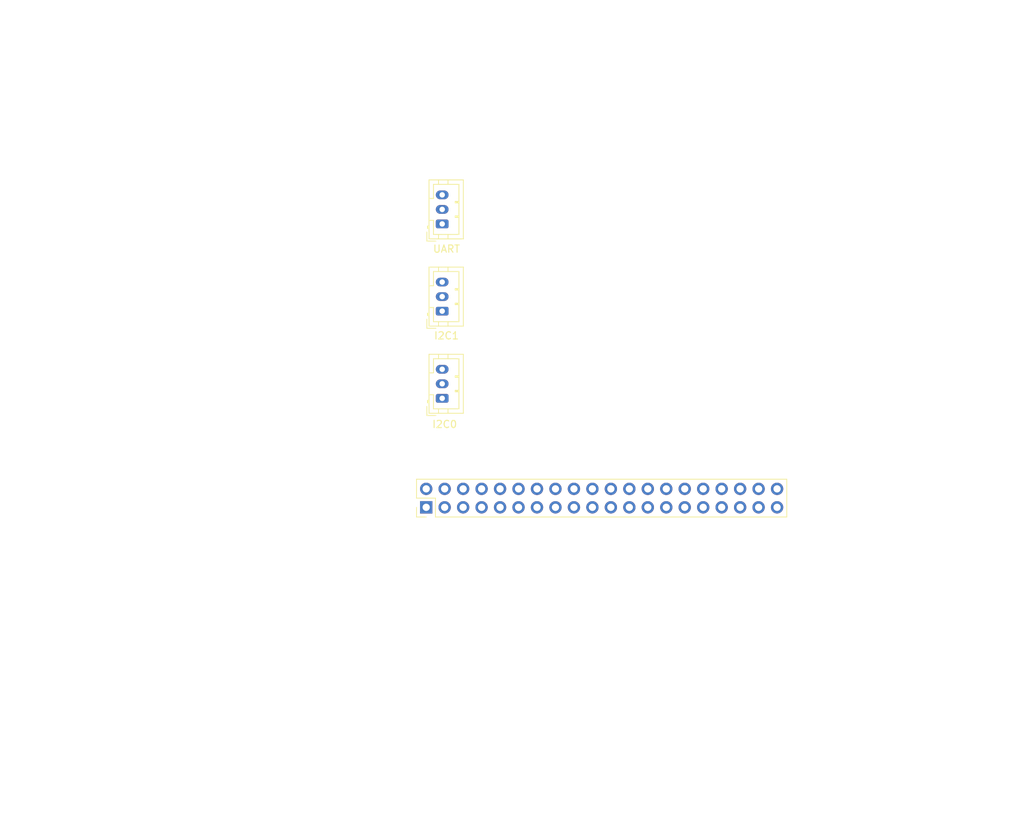
<source format=kicad_pcb>
(kicad_pcb (version 20221018) (generator pcbnew)
  (layers (0 "F.Cu" signal) (31 "B.Cu" signal) (34 "B.Paste" user) (35 "F.Paste" user) (36 "B.SilkS" user "B.Silkscreen") (37 "F.SilkS" user "F.Silkscreen") (38 "B.Mask" user) (39 "F.Mask" user) (44 "Edge.Cuts" user))
  (net 0 "")
  (net 3 "I2C1-SDA")
  (net 5 "I2C1-SCL")
  (net 6 "GND")
  (net 8 "UART-TX")
  (net 9 "UART-RX")
  (net 23 "I2C0-SDA")
  (net 24 "I2C0-SCL")
  (footprint "Connector_JST:JST_PH_B3B-PH-K_1x03_P2.00mm_Vertical" (layer "F.Cu") (at 70.018 80.188 90)
    (fp_text reference "J3" hide)
    (fp_text value "I2C1" (at -3.378 0.594 180) (layer "F.SilkS"))
    (fp_line (start -2.36 -2.11) (end -2.36 -0.86) (stroke (width 0.12)) (layer "F.SilkS"))
    (fp_line (start -2.06 -1.81) (end -2.06 2.91) (stroke (width 0.12)) (layer "F.SilkS"))
    (fp_line (start -2.06 -0.5) (end -1.45 -0.5) (stroke (width 0.12)) (layer "F.SilkS"))
    (fp_line (start -2.06 0.8) (end -1.45 0.8) (stroke (width 0.12)) (layer "F.SilkS"))
    (fp_line (start -2.06 2.91) (end 6.06 2.91) (stroke (width 0.12)) (layer "F.SilkS"))
    (fp_line (start -1.45 -1.2) (end -1.45 2.3) (stroke (width 0.12)) (layer "F.SilkS"))
    (fp_line (start -1.45 2.3) (end 5.45 2.3) (stroke (width 0.12)) (layer "F.SilkS"))
    (fp_line (start -1.11 -2.11) (end -2.36 -2.11) (stroke (width 0.12)) (layer "F.SilkS"))
    (fp_line (start -0.6 -2.01) (end -0.6 -1.81) (stroke (width 0.12)) (layer "F.SilkS"))
    (fp_line (start -0.3 -2.01) (end -0.6 -2.01) (stroke (width 0.12)) (layer "F.SilkS"))
    (fp_line (start -0.3 -1.91) (end -0.6 -1.91) (stroke (width 0.12)) (layer "F.SilkS"))
    (fp_line (start -0.3 -1.81) (end -0.3 -2.01) (stroke (width 0.12)) (layer "F.SilkS"))
    (fp_line (start 0.5 -1.81) (end 0.5 -1.2) (stroke (width 0.12)) (layer "F.SilkS"))
    (fp_line (start 0.5 -1.2) (end -1.45 -1.2) (stroke (width 0.12)) (layer "F.SilkS"))
    (fp_line (start 0.9 1.8) (end 1.1 1.8) (stroke (width 0.12)) (layer "F.SilkS"))
    (fp_line (start 0.9 2.3) (end 0.9 1.8) (stroke (width 0.12)) (layer "F.SilkS"))
    (fp_line (start 1 2.3) (end 1 1.8) (stroke (width 0.12)) (layer "F.SilkS"))
    (fp_line (start 1.1 1.8) (end 1.1 2.3) (stroke (width 0.12)) (layer "F.SilkS"))
    (fp_line (start 2.9 1.8) (end 3.1 1.8) (stroke (width 0.12)) (layer "F.SilkS"))
    (fp_line (start 2.9 2.3) (end 2.9 1.8) (stroke (width 0.12)) (layer "F.SilkS"))
    (fp_line (start 3 2.3) (end 3 1.8) (stroke (width 0.12)) (layer "F.SilkS"))
    (fp_line (start 3.1 1.8) (end 3.1 2.3) (stroke (width 0.12)) (layer "F.SilkS"))
    (fp_line (start 3.5 -1.2) (end 3.5 -1.81) (stroke (width 0.12)) (layer "F.SilkS"))
    (fp_line (start 5.45 -1.2) (end 3.5 -1.2) (stroke (width 0.12)) (layer "F.SilkS"))
    (fp_line (start 5.45 2.3) (end 5.45 -1.2) (stroke (width 0.12)) (layer "F.SilkS"))
    (fp_line (start 6.06 -1.81) (end -2.06 -1.81) (stroke (width 0.12)) (layer "F.SilkS"))
    (fp_line (start 6.06 -0.5) (end 5.45 -0.5) (stroke (width 0.12)) (layer "F.SilkS"))
    (fp_line (start 6.06 0.8) (end 5.45 0.8) (stroke (width 0.12)) (layer "F.SilkS"))
    (fp_line (start 6.06 2.91) (end 6.06 -1.81) (stroke (width 0.12)) (layer "F.SilkS"))
    (pad "1" thru_hole roundrect (at 0 0 90) (size 1.2 1.75) (drill 0.75) (layers "*.Cu" "*.Mask") (roundrect_rratio 0.208333) (net 6 "GND"))
    (pad "2" thru_hole oval (at 2 0 90) (size 1.2 1.75) (drill 0.75) (layers "*.Cu" "*.Mask") (net 3 "I2C1-SDA"))
    (pad "3" thru_hole oval (at 4 0 90) (size 1.2 1.75) (drill 0.75) (layers "*.Cu" "*.Mask") (net 5 "I2C1-SCL"))
  )
  (footprint "Connector_PinHeader_2.54mm:PinHeader_2x20_P2.54mm_Vertical" (layer "F.Cu") (at 67.818 107.188 90)
    (fp_text reference "J1" hide)
    (fp_text value "Jetson" hide)
    (fp_line (start -1.33 -1.33) (end 0 -1.33) (stroke (width 0.12)) (layer "F.SilkS"))
    (fp_line (start -1.33 0) (end -1.33 -1.33) (stroke (width 0.12)) (layer "F.SilkS"))
    (fp_line (start -1.33 1.27) (end -1.33 49.59) (stroke (width 0.12)) (layer "F.SilkS"))
    (fp_line (start -1.33 1.27) (end 1.27 1.27) (stroke (width 0.12)) (layer "F.SilkS"))
    (fp_line (start -1.33 49.59) (end 3.87 49.59) (stroke (width 0.12)) (layer "F.SilkS"))
    (fp_line (start 1.27 -1.33) (end 3.87 -1.33) (stroke (width 0.12)) (layer "F.SilkS"))
    (fp_line (start 1.27 1.27) (end 1.27 -1.33) (stroke (width 0.12)) (layer "F.SilkS"))
    (fp_line (start 3.87 -1.33) (end 3.87 49.59) (stroke (width 0.12)) (layer "F.SilkS"))
    (pad "1" thru_hole rect (at 0 0 90) (size 1.7 1.7) (drill 1) (layers "*.Cu" "*.Mask"))
    (pad "2" thru_hole oval (at 2.54 0 90) (size 1.7 1.7) (drill 1) (layers "*.Cu" "*.Mask"))
    (pad "3" thru_hole oval (at 0 2.54 90) (size 1.7 1.7) (drill 1) (layers "*.Cu" "*.Mask") (net 3 "I2C1-SDA"))
    (pad "4" thru_hole oval (at 2.54 2.54 90) (size 1.7 1.7) (drill 1) (layers "*.Cu" "*.Mask"))
    (pad "5" thru_hole oval (at 0 5.08 90) (size 1.7 1.7) (drill 1) (layers "*.Cu" "*.Mask") (net 5 "I2C1-SCL"))
    (pad "6" thru_hole oval (at 2.54 5.08 90) (size 1.7 1.7) (drill 1) (layers "*.Cu" "*.Mask") (net 6 "GND"))
    (pad "7" thru_hole oval (at 0 7.62 90) (size 1.7 1.7) (drill 1) (layers "*.Cu" "*.Mask"))
    (pad "8" thru_hole oval (at 2.54 7.62 90) (size 1.7 1.7) (drill 1) (layers "*.Cu" "*.Mask") (net 8 "UART-TX"))
    (pad "9" thru_hole oval (at 0 10.16 90) (size 1.7 1.7) (drill 1) (layers "*.Cu" "*.Mask") (net 6 "GND"))
    (pad "10" thru_hole oval (at 2.54 10.16 90) (size 1.7 1.7) (drill 1) (layers "*.Cu" "*.Mask") (net 9 "UART-RX"))
    (pad "11" thru_hole oval (at 0 12.7 90) (size 1.7 1.7) (drill 1) (layers "*.Cu" "*.Mask"))
    (pad "12" thru_hole oval (at 2.54 12.7 90) (size 1.7 1.7) (drill 1) (layers "*.Cu" "*.Mask"))
    (pad "13" thru_hole oval (at 0 15.24 90) (size 1.7 1.7) (drill 1) (layers "*.Cu" "*.Mask"))
    (pad "14" thru_hole oval (at 2.54 15.24 90) (size 1.7 1.7) (drill 1) (layers "*.Cu" "*.Mask") (net 6 "GND"))
    (pad "15" thru_hole oval (at 0 17.78 90) (size 1.7 1.7) (drill 1) (layers "*.Cu" "*.Mask"))
    (pad "16" thru_hole oval (at 2.54 17.78 90) (size 1.7 1.7) (drill 1) (layers "*.Cu" "*.Mask"))
    (pad "17" thru_hole oval (at 0 20.32 90) (size 1.7 1.7) (drill 1) (layers "*.Cu" "*.Mask"))
    (pad "18" thru_hole oval (at 2.54 20.32 90) (size 1.7 1.7) (drill 1) (layers "*.Cu" "*.Mask"))
    (pad "19" thru_hole oval (at 0 22.86 90) (size 1.7 1.7) (drill 1) (layers "*.Cu" "*.Mask"))
    (pad "20" thru_hole oval (at 2.54 22.86 90) (size 1.7 1.7) (drill 1) (layers "*.Cu" "*.Mask") (net 6 "GND"))
    (pad "21" thru_hole oval (at 0 25.4 90) (size 1.7 1.7) (drill 1) (layers "*.Cu" "*.Mask"))
    (pad "22" thru_hole oval (at 2.54 25.4 90) (size 1.7 1.7) (drill 1) (layers "*.Cu" "*.Mask"))
    (pad "23" thru_hole oval (at 0 27.94 90) (size 1.7 1.7) (drill 1) (layers "*.Cu" "*.Mask"))
    (pad "24" thru_hole oval (at 2.54 27.94 90) (size 1.7 1.7) (drill 1) (layers "*.Cu" "*.Mask"))
    (pad "25" thru_hole oval (at 0 30.48 90) (size 1.7 1.7) (drill 1) (layers "*.Cu" "*.Mask") (net 6 "GND"))
    (pad "26" thru_hole oval (at 2.54 30.48 90) (size 1.7 1.7) (drill 1) (layers "*.Cu" "*.Mask"))
    (pad "27" thru_hole oval (at 0 33.02 90) (size 1.7 1.7) (drill 1) (layers "*.Cu" "*.Mask") (net 23 "I2C0-SDA"))
    (pad "28" thru_hole oval (at 2.54 33.02 90) (size 1.7 1.7) (drill 1) (layers "*.Cu" "*.Mask") (net 24 "I2C0-SCL"))
    (pad "29" thru_hole oval (at 0 35.56 90) (size 1.7 1.7) (drill 1) (layers "*.Cu" "*.Mask"))
    (pad "30" thru_hole oval (at 2.54 35.56 90) (size 1.7 1.7) (drill 1) (layers "*.Cu" "*.Mask") (net 6 "GND"))
    (pad "31" thru_hole oval (at 0 38.1 90) (size 1.7 1.7) (drill 1) (layers "*.Cu" "*.Mask"))
    (pad "32" thru_hole oval (at 2.54 38.1 90) (size 1.7 1.7) (drill 1) (layers "*.Cu" "*.Mask"))
    (pad "33" thru_hole oval (at 0 40.64 90) (size 1.7 1.7) (drill 1) (layers "*.Cu" "*.Mask"))
    (pad "34" thru_hole oval (at 2.54 40.64 90) (size 1.7 1.7) (drill 1) (layers "*.Cu" "*.Mask") (net 6 "GND"))
    (pad "35" thru_hole oval (at 0 43.18 90) (size 1.7 1.7) (drill 1) (layers "*.Cu" "*.Mask"))
    (pad "36" thru_hole oval (at 2.54 43.18 90) (size 1.7 1.7) (drill 1) (layers "*.Cu" "*.Mask"))
    (pad "37" thru_hole oval (at 0 45.72 90) (size 1.7 1.7) (drill 1) (layers "*.Cu" "*.Mask"))
    (pad "38" thru_hole oval (at 2.54 45.72 90) (size 1.7 1.7) (drill 1) (layers "*.Cu" "*.Mask"))
    (pad "39" thru_hole oval (at 0 48.26 90) (size 1.7 1.7) (drill 1) (layers "*.Cu" "*.Mask") (net 6 "GND"))
    (pad "40" thru_hole oval (at 2.54 48.26 90) (size 1.7 1.7) (drill 1) (layers "*.Cu" "*.Mask"))
  )
  (footprint "Connector_JST:JST_PH_B3B-PH-K_1x03_P2.00mm_Vertical" (layer "F.Cu") (at 70.018 92.188 90)
    (fp_text reference "J2" hide)
    (fp_text value "I2C0" (at -3.57 0.34 180) (layer "F.SilkS"))
    (fp_line (start -2.36 -2.11) (end -2.36 -0.86) (stroke (width 0.12)) (layer "F.SilkS"))
    (fp_line (start -2.06 -1.81) (end -2.06 2.91) (stroke (width 0.12)) (layer "F.SilkS"))
    (fp_line (start -2.06 -0.5) (end -1.45 -0.5) (stroke (width 0.12)) (layer "F.SilkS"))
    (fp_line (start -2.06 0.8) (end -1.45 0.8) (stroke (width 0.12)) (layer "F.SilkS"))
    (fp_line (start -2.06 2.91) (end 6.06 2.91) (stroke (width 0.12)) (layer "F.SilkS"))
    (fp_line (start -1.45 -1.2) (end -1.45 2.3) (stroke (width 0.12)) (layer "F.SilkS"))
    (fp_line (start -1.45 2.3) (end 5.45 2.3) (stroke (width 0.12)) (layer "F.SilkS"))
    (fp_line (start -1.11 -2.11) (end -2.36 -2.11) (stroke (width 0.12)) (layer "F.SilkS"))
    (fp_line (start -0.6 -2.01) (end -0.6 -1.81) (stroke (width 0.12)) (layer "F.SilkS"))
    (fp_line (start -0.3 -2.01) (end -0.6 -2.01) (stroke (width 0.12)) (layer "F.SilkS"))
    (fp_line (start -0.3 -1.91) (end -0.6 -1.91) (stroke (width 0.12)) (layer "F.SilkS"))
    (fp_line (start -0.3 -1.81) (end -0.3 -2.01) (stroke (width 0.12)) (layer "F.SilkS"))
    (fp_line (start 0.5 -1.81) (end 0.5 -1.2) (stroke (width 0.12)) (layer "F.SilkS"))
    (fp_line (start 0.5 -1.2) (end -1.45 -1.2) (stroke (width 0.12)) (layer "F.SilkS"))
    (fp_line (start 0.9 1.8) (end 1.1 1.8) (stroke (width 0.12)) (layer "F.SilkS"))
    (fp_line (start 0.9 2.3) (end 0.9 1.8) (stroke (width 0.12)) (layer "F.SilkS"))
    (fp_line (start 1 2.3) (end 1 1.8) (stroke (width 0.12)) (layer "F.SilkS"))
    (fp_line (start 1.1 1.8) (end 1.1 2.3) (stroke (width 0.12)) (layer "F.SilkS"))
    (fp_line (start 2.9 1.8) (end 3.1 1.8) (stroke (width 0.12)) (layer "F.SilkS"))
    (fp_line (start 2.9 2.3) (end 2.9 1.8) (stroke (width 0.12)) (layer "F.SilkS"))
    (fp_line (start 3 2.3) (end 3 1.8) (stroke (width 0.12)) (layer "F.SilkS"))
    (fp_line (start 3.1 1.8) (end 3.1 2.3) (stroke (width 0.12)) (layer "F.SilkS"))
    (fp_line (start 3.5 -1.2) (end 3.5 -1.81) (stroke (width 0.12)) (layer "F.SilkS"))
    (fp_line (start 5.45 -1.2) (end 3.5 -1.2) (stroke (width 0.12)) (layer "F.SilkS"))
    (fp_line (start 5.45 2.3) (end 5.45 -1.2) (stroke (width 0.12)) (layer "F.SilkS"))
    (fp_line (start 6.06 -1.81) (end -2.06 -1.81) (stroke (width 0.12)) (layer "F.SilkS"))
    (fp_line (start 6.06 -0.5) (end 5.45 -0.5) (stroke (width 0.12)) (layer "F.SilkS"))
    (fp_line (start 6.06 0.8) (end 5.45 0.8) (stroke (width 0.12)) (layer "F.SilkS"))
    (fp_line (start 6.06 2.91) (end 6.06 -1.81) (stroke (width 0.12)) (layer "F.SilkS"))
    (pad "1" thru_hole roundrect (at 0 0 90) (size 1.2 1.75) (drill 0.75) (layers "*.Cu" "*.Mask") (roundrect_rratio 0.208333) (net 6 "GND"))
    (pad "2" thru_hole oval (at 2 0 90) (size 1.2 1.75) (drill 0.75) (layers "*.Cu" "*.Mask") (net 23 "I2C0-SDA"))
    (pad "3" thru_hole oval (at 4 0 90) (size 1.2 1.75) (drill 0.75) (layers "*.Cu" "*.Mask") (net 24 "I2C0-SCL"))
  )
  (footprint "Connector_JST:JST_PH_B3B-PH-K_1x03_P2.00mm_Vertical" (layer "F.Cu") (at 70.018 68.188 90)
    (fp_text reference "J4" hide)
    (fp_text value "UART" (at -3.44 0.594 180) (layer "F.SilkS"))
    (fp_line (start -2.36 -2.11) (end -2.36 -0.86) (stroke (width 0.12)) (layer "F.SilkS"))
    (fp_line (start -2.06 -1.81) (end -2.06 2.91) (stroke (width 0.12)) (layer "F.SilkS"))
    (fp_line (start -2.06 -0.5) (end -1.45 -0.5) (stroke (width 0.12)) (layer "F.SilkS"))
    (fp_line (start -2.06 0.8) (end -1.45 0.8) (stroke (width 0.12)) (layer "F.SilkS"))
    (fp_line (start -2.06 2.91) (end 6.06 2.91) (stroke (width 0.12)) (layer "F.SilkS"))
    (fp_line (start -1.45 -1.2) (end -1.45 2.3) (stroke (width 0.12)) (layer "F.SilkS"))
    (fp_line (start -1.45 2.3) (end 5.45 2.3) (stroke (width 0.12)) (layer "F.SilkS"))
    (fp_line (start -1.11 -2.11) (end -2.36 -2.11) (stroke (width 0.12)) (layer "F.SilkS"))
    (fp_line (start -0.6 -2.01) (end -0.6 -1.81) (stroke (width 0.12)) (layer "F.SilkS"))
    (fp_line (start -0.3 -2.01) (end -0.6 -2.01) (stroke (width 0.12)) (layer "F.SilkS"))
    (fp_line (start -0.3 -1.91) (end -0.6 -1.91) (stroke (width 0.12)) (layer "F.SilkS"))
    (fp_line (start -0.3 -1.81) (end -0.3 -2.01) (stroke (width 0.12)) (layer "F.SilkS"))
    (fp_line (start 0.5 -1.81) (end 0.5 -1.2) (stroke (width 0.12)) (layer "F.SilkS"))
    (fp_line (start 0.5 -1.2) (end -1.45 -1.2) (stroke (width 0.12)) (layer "F.SilkS"))
    (fp_line (start 0.9 1.8) (end 1.1 1.8) (stroke (width 0.12)) (layer "F.SilkS"))
    (fp_line (start 0.9 2.3) (end 0.9 1.8) (stroke (width 0.12)) (layer "F.SilkS"))
    (fp_line (start 1 2.3) (end 1 1.8) (stroke (width 0.12)) (layer "F.SilkS"))
    (fp_line (start 1.1 1.8) (end 1.1 2.3) (stroke (width 0.12)) (layer "F.SilkS"))
    (fp_line (start 2.9 1.8) (end 3.1 1.8) (stroke (width 0.12)) (layer "F.SilkS"))
    (fp_line (start 2.9 2.3) (end 2.9 1.8) (stroke (width 0.12)) (layer "F.SilkS"))
    (fp_line (start 3 2.3) (end 3 1.8) (stroke (width 0.12)) (layer "F.SilkS"))
    (fp_line (start 3.1 1.8) (end 3.1 2.3) (stroke (width 0.12)) (layer "F.SilkS"))
    (fp_line (start 3.5 -1.2) (end 3.5 -1.81) (stroke (width 0.12)) (layer "F.SilkS"))
    (fp_line (start 5.45 -1.2) (end 3.5 -1.2) (stroke (width 0.12)) (layer "F.SilkS"))
    (fp_line (start 5.45 2.3) (end 5.45 -1.2) (stroke (width 0.12)) (layer "F.SilkS"))
    (fp_line (start 6.06 -1.81) (end -2.06 -1.81) (stroke (width 0.12)) (layer "F.SilkS"))
    (fp_line (start 6.06 -0.5) (end 5.45 -0.5) (stroke (width 0.12)) (layer "F.SilkS"))
    (fp_line (start 6.06 0.8) (end 5.45 0.8) (stroke (width 0.12)) (layer "F.SilkS"))
    (fp_line (start 6.06 2.91) (end 6.06 -1.81) (stroke (width 0.12)) (layer "F.SilkS"))
    (pad "1" thru_hole roundrect (at 0 0 90) (size 1.2 1.75) (drill 0.75) (layers "*.Cu" "*.Mask") (roundrect_rratio 0.208333) (net 6 "GND"))
    (pad "2" thru_hole oval (at 2 0 90) (size 1.2 1.75) (drill 0.75) (layers "*.Cu" "*.Mask") (net 8 "UART-TX"))
    (pad "3" thru_hole oval (at 4 0 90) (size 1.2 1.75) (drill 0.75) (layers "*.Cu" "*.Mask") (net 9 "UART-RX"))
  )
)
</source>
